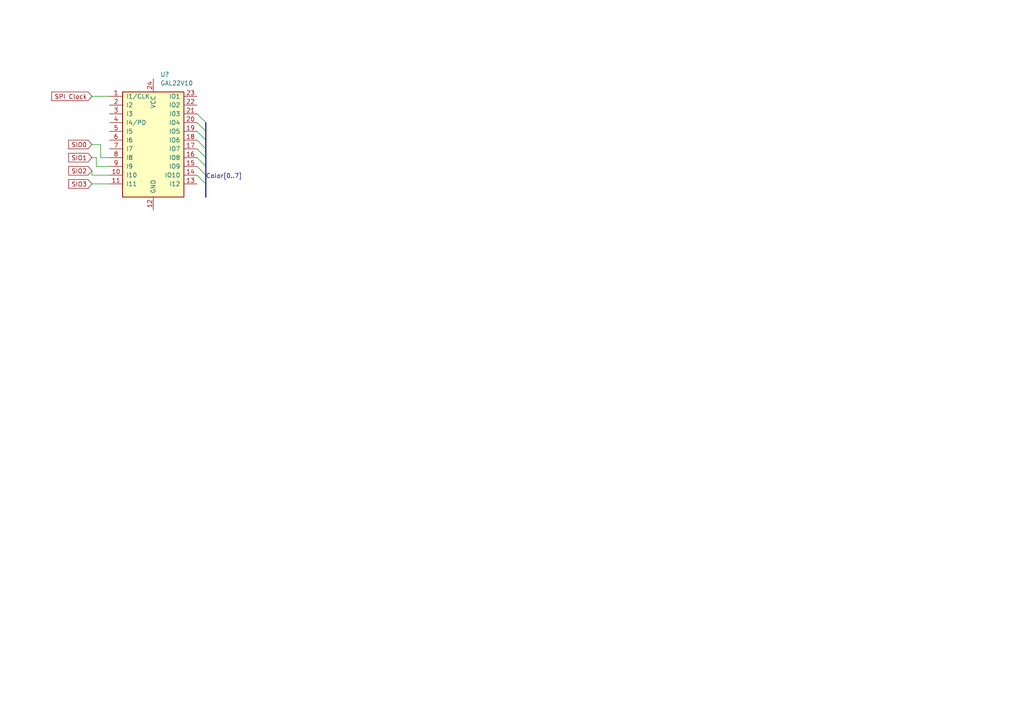
<source format=kicad_sch>
(kicad_sch (version 20211123) (generator eeschema)
  (paper "A4")
  (lib_symbols
    (symbol "vga:GAL22V10" (pin_names (offset 1.016))
      (property "Reference" "U" (at -8.89 16.51 0))
      (property "Value" "GAL22V10" (at 1.27 16.51 0))
      (symbol "GAL22V10_0_0"
        (pin power_in line (at 0 -20.32 90) (length 3.81) (name "GND") (number "12"))
        (pin power_in line (at 0 17.78 270) (length 3.81) (name "VCC") (number "24"))
      )
      (symbol "GAL22V10_0_1"
        (rectangle (start -8.89 13.97) (end 8.89 -16.51) (stroke (width 0.254)) (fill (type background)))
      )
      (symbol "GAL22V10_1_1"
        (pin input line (at -12.7 12.7 0) (length 3.81) (name "I1/CLK") (number "1"))
        (pin input line (at -12.7 -10.16 0) (length 3.81) (name "I10") (number "10"))
        (pin input line (at -12.7 -12.7 0) (length 3.81) (name "I11") (number "11"))
        (pin input line (at 12.7 -12.7 180) (length 3.81) (name "I12") (number "13"))
        (pin tri_state line (at 12.7 -10.16 180) (length 3.81) (name "IO10") (number "14"))
        (pin tri_state line (at 12.7 -7.62 180) (length 3.81) (name "IO9") (number "15"))
        (pin tri_state line (at 12.7 -5.08 180) (length 3.81) (name "IO8") (number "16"))
        (pin tri_state line (at 12.7 -2.54 180) (length 3.81) (name "IO7") (number "17"))
        (pin tri_state line (at 12.7 0 180) (length 3.81) (name "IO6") (number "18"))
        (pin tri_state line (at 12.7 2.54 180) (length 3.81) (name "IO5") (number "19"))
        (pin input line (at -12.7 10.16 0) (length 3.81) (name "I2") (number "2"))
        (pin tri_state line (at 12.7 5.08 180) (length 3.81) (name "IO4") (number "20"))
        (pin tri_state line (at 12.7 7.62 180) (length 3.81) (name "I03") (number "21"))
        (pin tri_state line (at 12.7 10.16 180) (length 3.81) (name "IO2") (number "22"))
        (pin tri_state line (at 12.7 12.7 180) (length 3.81) (name "IO1") (number "23"))
        (pin input line (at -12.7 7.62 0) (length 3.81) (name "I3") (number "3"))
        (pin input line (at -12.7 5.08 0) (length 3.81) (name "I4/PD") (number "4"))
        (pin input line (at -12.7 2.54 0) (length 3.81) (name "I5") (number "5"))
        (pin input line (at -12.7 0 0) (length 3.81) (name "I6") (number "6"))
        (pin input line (at -12.7 -2.54 0) (length 3.81) (name "I7") (number "7"))
        (pin input line (at -12.7 -5.08 0) (length 3.81) (name "I8") (number "8"))
        (pin input line (at -12.7 -7.62 0) (length 3.81) (name "I9") (number "9"))
      )
    )
  )
  (bus_entry (at 57.15 43.18) (size 2.54 2.54))
  (bus_entry (at 57.15 40.64) (size 2.54 2.54))
  (bus_entry (at 57.15 38.1) (size 2.54 2.54))
  (bus_entry (at 57.15 35.56) (size 2.54 2.54))
  (bus_entry (at 57.15 33.02) (size 2.54 2.54))
  (bus_entry (at 57.15 50.8) (size 2.54 2.54))
  (bus_entry (at 57.15 48.26) (size 2.54 2.54))
  (bus_entry (at 57.15 45.72) (size 2.54 2.54))
  (wire (pts (xy 26.67 50.8) (xy 31.75 50.8)))
  (wire (pts (xy 26.67 27.94) (xy 31.75 27.94)))
  (wire (pts (xy 27.94 48.26) (xy 31.75 48.26)))
  (wire (pts (xy 26.67 45.72) (xy 27.94 45.72)))
  (bus (pts (xy 59.69 53.34) (xy 59.69 57.15)))
  (bus (pts (xy 59.69 45.72) (xy 59.69 48.26)))
  (bus (pts (xy 59.69 43.18) (xy 59.69 45.72)))
  (bus (pts (xy 59.69 38.1) (xy 59.69 40.64)))
  (bus (pts (xy 59.69 40.64) (xy 59.69 43.18)))
  (wire (pts (xy 29.21 41.91) (xy 29.21 45.72)))
  (bus (pts (xy 59.69 48.26) (xy 59.69 50.8)))
  (bus (pts (xy 59.69 50.8) (xy 59.69 53.34)))
  (wire (pts (xy 26.67 49.53) (xy 26.67 50.8)))
  (wire (pts (xy 26.67 53.34) (xy 31.75 53.34)))
  (wire (pts (xy 26.67 41.91) (xy 29.21 41.91)))
  (bus (pts (xy 59.69 35.56) (xy 59.69 38.1)))
  (wire (pts (xy 29.21 45.72) (xy 31.75 45.72)))
  (wire (pts (xy 27.94 45.72) (xy 27.94 48.26)))
  (label "Color[0..7]" (at 59.69 52.07 0))
  (global_label "SIO3" (shape input) (at 26.67 53.34 180) (property "Intersheet References" "${INTERSHEET_REFS}" (effects hide)))
  (global_label "SIO1" (shape input) (at 26.67 45.72 180) (property "Intersheet References" "${INTERSHEET_REFS}" (effects hide)))
  (global_label "SPI Clock" (shape input) (at 26.67 27.94 180) (property "Intersheet References" "${INTERSHEET_REFS}" (effects hide)))
  (global_label "SIO0" (shape input) (at 26.67 41.91 180) (property "Intersheet References" "${INTERSHEET_REFS}" (effects hide)))
  (global_label "SIO2" (shape input) (at 26.67 49.53 180) (property "Intersheet References" "${INTERSHEET_REFS}" (effects hide)))
  (symbol (lib_id "vga:GAL22V10") (at 44.45 40.64 0) (unit 1)
    (property "Reference" "U?" (at 46.4694 21.59 0) (effects (justify left)))
    (property "Value" "GAL22V10" (at 46.4694 24.13 0) (effects (justify left)))
  )
)
</source>
